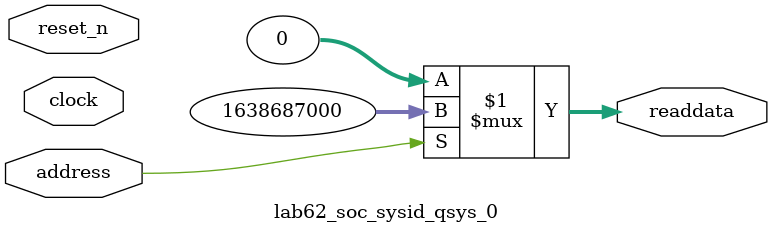
<source format=v>



// synthesis translate_off
`timescale 1ns / 1ps
// synthesis translate_on

// turn off superfluous verilog processor warnings 
// altera message_level Level1 
// altera message_off 10034 10035 10036 10037 10230 10240 10030 

module lab62_soc_sysid_qsys_0 (
               // inputs:
                address,
                clock,
                reset_n,

               // outputs:
                readdata
             )
;

  output  [ 31: 0] readdata;
  input            address;
  input            clock;
  input            reset_n;

  wire    [ 31: 0] readdata;
  //control_slave, which is an e_avalon_slave
  assign readdata = address ? 1638687000 : 0;

endmodule



</source>
